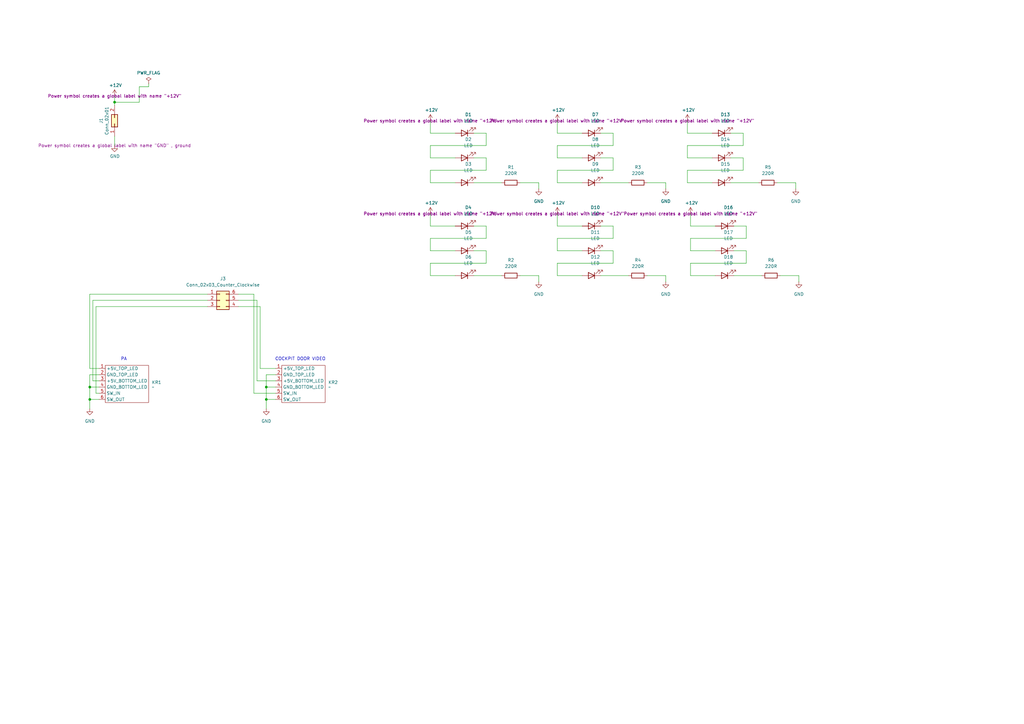
<source format=kicad_sch>
(kicad_sch (version 20250114) (generator "eeschema") (generator_version "9.0")
  (paper "A3")
  (lib_symbols
    (symbol "Connector_Generic:Conn_02x01" (pin_names (offset 1.016) (hide yes))
      (property "Reference" "J" (at 1.27 2.54 0))
      (property "Value" "Conn_02x01" (at 1.27 -2.54 0))
      (symbol "Conn_02x01_1_1"
        (rectangle (start -1.27 1.27) (end 3.81 -1.27) (stroke (width 0.254)) (fill (type background)))
        (rectangle (start -1.27 0.127) (end 0 -0.127) (stroke (width 0.1524)))
        (rectangle (start 3.81 0.127) (end 2.54 -0.127) (stroke (width 0.1524)))
        (pin passive line (at -5.08 0 0) (length 3.81) (name "Pin_1") (number "1"))
        (pin passive line (at 7.62 0 180) (length 3.81) (name "Pin_2") (number "2"))
      )
    )
    (symbol "Connector_Generic:Conn_02x03_Counter_Clockwise" (pin_names (offset 1.016) (hide yes))
      (property "Reference" "J" (at 1.27 5.08 0))
      (property "Value" "Conn_02x03_Counter_Clockwise" (at 1.27 -5.08 0))
      (symbol "Conn_02x03_Counter_Clockwise_1_1"
        (rectangle (start -1.27 3.81) (end 3.81 -3.81) (stroke (width 0.254)) (fill (type background)))
        (rectangle (start -1.27 2.667) (end 0 2.413) (stroke (width 0.1524)))
        (rectangle (start -1.27 0.127) (end 0 -0.127) (stroke (width 0.1524)))
        (rectangle (start -1.27 -2.413) (end 0 -2.667) (stroke (width 0.1524)))
        (rectangle (start 3.81 2.667) (end 2.54 2.413) (stroke (width 0.1524)))
        (rectangle (start 3.81 0.127) (end 2.54 -0.127) (stroke (width 0.1524)))
        (rectangle (start 3.81 -2.413) (end 2.54 -2.667) (stroke (width 0.1524)))
        (pin passive line (at -5.08 2.54 0) (length 3.81) (name "Pin_1") (number "1"))
        (pin passive line (at -5.08 0 0) (length 3.81) (name "Pin_2") (number "2"))
        (pin passive line (at -5.08 -2.54 0) (length 3.81) (name "Pin_3") (number "3"))
        (pin passive line (at 7.62 2.54 180) (length 3.81) (name "Pin_6") (number "6"))
        (pin passive line (at 7.62 0 180) (length 3.81) (name "Pin_5") (number "5"))
        (pin passive line (at 7.62 -2.54 180) (length 3.81) (name "Pin_4") (number "4"))
      )
    )
    (symbol "Device:LED" (pin_numbers (hide yes)) (pin_names (offset 1.016) (hide yes))
      (property "Reference" "D" (at 0 2.54 0))
      (property "Value" "LED" (at 0 -2.54 0))
      (symbol "LED_0_1"
        (polyline (pts (xy -3.048 -0.762) (xy -4.572 -2.286) (xy -3.81 -2.286) (xy -4.572 -2.286) (xy -4.572 -1.524)))
        (polyline (pts (xy -1.778 -0.762) (xy -3.302 -2.286) (xy -2.54 -2.286) (xy -3.302 -2.286) (xy -3.302 -1.524)))
        (polyline (pts (xy -1.27 0) (xy 1.27 0)))
        (polyline (pts (xy -1.27 -1.27) (xy -1.27 1.27)) (stroke (width 0.254)))
        (polyline (pts (xy 1.27 -1.27) (xy 1.27 1.27) (xy -1.27 0) (xy 1.27 -1.27)) (stroke (width 0.254)))
      )
      (symbol "LED_1_1"
        (pin passive line (at -3.81 0 0) (length 2.54) (name "K") (number "1"))
        (pin passive line (at 3.81 0 180) (length 2.54) (name "A") (number "2"))
      )
    )
    (symbol "Device:R" (pin_numbers (hide yes)) (pin_names (offset 0))
      (property "Reference" "R" (at 2.032 0 90))
      (property "Value" "R" (at 0 0 90))
      (symbol "R_0_1"
        (rectangle (start -1.016 -2.54) (end 1.016 2.54) (stroke (width 0.254)))
      )
      (symbol "R_1_1"
        (pin passive line (at 0 3.81 270) (length 1.27) (name "~") (number "1"))
        (pin passive line (at 0 -3.81 90) (length 1.27) (name "~") (number "2"))
      )
    )
    (symbol "KorrySwitch:Korry_Switch"
      (property "Reference" "KR" (at 12.7 -8.89 0))
      (symbol "Korry_Switch_0_1"
        (rectangle (start -7.62 -1.27) (end 10.16 -16.51))
      )
      (symbol "Korry_Switch_1_1"
        (pin input line (at -10.16 -2.54 0) (length 2.54) (name "+5V_TOP_LED") (number "1"))
        (pin input line (at -10.16 -5.08 0) (length 2.54) (name "GND_TOP_LED") (number "2"))
        (pin input line (at -10.16 -7.62 0) (length 2.54) (name "+5V_BOTTOM_LED") (number "3"))
        (pin input line (at -10.16 -10.16 0) (length 2.54) (name "GND_BOTTOM_LED") (number "4"))
        (pin input line (at -10.16 -12.7 0) (length 2.54) (name "SW_IN") (number "5"))
        (pin output line (at -10.16 -15.24 0) (length 2.54) (name "SW_OUT") (number "6"))
      )
    )
    (symbol "power:+12V" (power) (pin_numbers (hide yes)) (pin_names (offset 0) (hide yes))
      (property "Value" "+12V" (at 0 3.556 0))
      (symbol "+12V_0_1"
        (polyline (pts (xy -0.762 1.27) (xy 0 2.54)))
        (polyline (pts (xy 0 2.54) (xy 0.762 1.27)))
        (polyline (pts (xy 0 0) (xy 0 2.54)))
      )
      (symbol "+12V_1_1"
        (pin power_in line (at 0 0 90) (length 0) (name "~") (number "1"))
      )
    )
    (symbol "power:GND" (power) (pin_numbers (hide yes)) (pin_names (offset 0) (hide yes))
      (property "Value" "GND" (at 0 -3.81 0))
      (symbol "GND_0_1"
        (polyline (pts (xy 0 0) (xy 0 -1.27) (xy 1.27 -1.27) (xy 0 -2.54) (xy -1.27 -1.27) (xy 0 -1.27)))
      )
      (symbol "GND_1_1"
        (pin power_in line (at 0 0 270) (length 0) (name "~") (number "1"))
      )
    )
    (symbol "power:PWR_FLAG" (power) (pin_numbers (hide yes)) (pin_names (offset 0) (hide yes))
      (property "Value" "PWR_FLAG" (at 0 3.81 0))
      (symbol "PWR_FLAG_0_0"
        (pin power_out line (at 0 0 90) (length 0) (name "~") (number "1"))
      )
      (symbol "PWR_FLAG_0_1"
        (polyline (pts (xy 0 0) (xy 0 1.27) (xy -1.016 1.905) (xy 0 2.54) (xy 1.016 1.905) (xy 0 1.27)))
      )
    )
  )
  (text "PA" (at 50.8 147.32 0) (effects (font (size 1.27 1.27))))
  (text "COCKPIT DOOR VIDEO" (at 123.19 147.32 0) (effects (font (size 1.27 1.27))))
  (junction (at 109.22 158.75))
  (junction (at 36.83 158.75))
  (junction (at 36.83 163.83))
  (junction (at 109.22 163.83))
  (junction (at 46.99 41.91))
  (wire (pts (xy 320.04 113.03) (xy 327.66 113.03)))
  (wire (pts (xy 36.83 153.67) (xy 40.64 153.67)))
  (wire (pts (xy 199.39 54.61) (xy 194.31 54.61)))
  (wire (pts (xy 251.46 69.85) (xy 251.46 64.77)))
  (wire (pts (xy 199.39 64.77) (xy 194.31 64.77)))
  (wire (pts (xy 36.83 120.65) (xy 85.09 120.65)))
  (wire (pts (xy 228.6 69.85) (xy 251.46 69.85)))
  (wire (pts (xy 228.6 74.93) (xy 228.6 69.85)))
  (wire (pts (xy 176.53 74.93) (xy 176.53 69.85)))
  (wire (pts (xy 281.94 59.69) (xy 304.8 59.69)))
  (wire (pts (xy 106.68 151.13) (xy 113.03 151.13)))
  (wire (pts (xy 176.53 113.03) (xy 176.53 107.95)))
  (wire (pts (xy 199.39 102.87) (xy 194.31 102.87)))
  (wire (pts (xy 46.99 41.91) (xy 46.99 43.18)))
  (wire (pts (xy 327.66 113.03) (xy 327.66 115.57)))
  (wire (pts (xy 105.41 123.19) (xy 97.79 123.19)))
  (wire (pts (xy 238.76 74.93) (xy 228.6 74.93)))
  (wire (pts (xy 213.36 113.03) (xy 220.98 113.03)))
  (wire (pts (xy 273.05 113.03) (xy 273.05 115.57)))
  (wire (pts (xy 105.41 156.21) (xy 113.03 156.21)))
  (wire (pts (xy 176.53 54.61) (xy 186.69 54.61)))
  (wire (pts (xy 304.8 59.69) (xy 304.8 54.61)))
  (wire (pts (xy 251.46 54.61) (xy 246.38 54.61)))
  (wire (pts (xy 281.94 54.61) (xy 292.1 54.61)))
  (wire (pts (xy 109.22 163.83) (xy 109.22 158.75)))
  (wire (pts (xy 306.07 107.95) (xy 306.07 102.87)))
  (wire (pts (xy 326.39 74.93) (xy 326.39 77.47)))
  (wire (pts (xy 176.53 87.63) (xy 176.53 92.71)))
  (wire (pts (xy 176.53 107.95) (xy 199.39 107.95)))
  (wire (pts (xy 228.6 64.77) (xy 228.6 59.69)))
  (wire (pts (xy 281.94 49.53) (xy 281.94 54.61)))
  (wire (pts (xy 220.98 113.03) (xy 220.98 115.57)))
  (wire (pts (xy 194.31 113.03) (xy 205.74 113.03)))
  (wire (pts (xy 186.69 102.87) (xy 176.53 102.87)))
  (wire (pts (xy 238.76 102.87) (xy 228.6 102.87)))
  (wire (pts (xy 57.15 35.56) (xy 60.96 35.56)))
  (wire (pts (xy 304.8 54.61) (xy 299.72 54.61)))
  (wire (pts (xy 265.43 74.93) (xy 273.05 74.93)))
  (wire (pts (xy 228.6 107.95) (xy 251.46 107.95)))
  (wire (pts (xy 199.39 69.85) (xy 199.39 64.77)))
  (wire (pts (xy 246.38 74.93) (xy 257.81 74.93)))
  (wire (pts (xy 306.07 97.79) (xy 306.07 92.71)))
  (wire (pts (xy 106.68 151.13) (xy 106.68 125.73)))
  (wire (pts (xy 213.36 74.93) (xy 220.98 74.93)))
  (wire (pts (xy 228.6 92.71) (xy 238.76 92.71)))
  (wire (pts (xy 194.31 74.93) (xy 205.74 74.93)))
  (wire (pts (xy 199.39 107.95) (xy 199.39 102.87)))
  (wire (pts (xy 283.21 107.95) (xy 306.07 107.95)))
  (wire (pts (xy 57.15 41.91) (xy 57.15 35.56)))
  (wire (pts (xy 292.1 64.77) (xy 281.94 64.77)))
  (wire (pts (xy 228.6 97.79) (xy 251.46 97.79)))
  (wire (pts (xy 36.83 158.75) (xy 40.64 158.75)))
  (wire (pts (xy 228.6 102.87) (xy 228.6 97.79)))
  (wire (pts (xy 104.14 120.65) (xy 97.79 120.65)))
  (wire (pts (xy 251.46 107.95) (xy 251.46 102.87)))
  (wire (pts (xy 199.39 97.79) (xy 199.39 92.71)))
  (wire (pts (xy 46.99 39.37) (xy 46.99 41.91)))
  (wire (pts (xy 38.1 156.21) (xy 38.1 123.19)))
  (wire (pts (xy 251.46 59.69) (xy 251.46 54.61)))
  (wire (pts (xy 104.14 161.29) (xy 104.14 120.65)))
  (wire (pts (xy 318.77 74.93) (xy 326.39 74.93)))
  (wire (pts (xy 283.21 92.71) (xy 293.37 92.71)))
  (wire (pts (xy 306.07 92.71) (xy 300.99 92.71)))
  (wire (pts (xy 109.22 163.83) (xy 113.03 163.83)))
  (wire (pts (xy 228.6 113.03) (xy 228.6 107.95)))
  (wire (pts (xy 186.69 64.77) (xy 176.53 64.77)))
  (wire (pts (xy 265.43 113.03) (xy 273.05 113.03)))
  (wire (pts (xy 40.64 156.21) (xy 38.1 156.21)))
  (wire (pts (xy 281.94 64.77) (xy 281.94 59.69)))
  (wire (pts (xy 228.6 87.63) (xy 228.6 92.71)))
  (wire (pts (xy 176.53 49.53) (xy 176.53 54.61)))
  (wire (pts (xy 238.76 64.77) (xy 228.6 64.77)))
  (wire (pts (xy 228.6 49.53) (xy 228.6 54.61)))
  (wire (pts (xy 199.39 59.69) (xy 199.39 54.61)))
  (wire (pts (xy 251.46 64.77) (xy 246.38 64.77)))
  (wire (pts (xy 39.37 161.29) (xy 40.64 161.29)))
  (wire (pts (xy 60.96 35.56) (xy 60.96 34.29)))
  (wire (pts (xy 220.98 74.93) (xy 220.98 77.47)))
  (wire (pts (xy 304.8 64.77) (xy 299.72 64.77)))
  (wire (pts (xy 299.72 74.93) (xy 311.15 74.93)))
  (wire (pts (xy 109.22 153.67) (xy 113.03 153.67)))
  (wire (pts (xy 176.53 64.77) (xy 176.53 59.69)))
  (wire (pts (xy 40.64 151.13) (xy 36.83 151.13)))
  (wire (pts (xy 104.14 161.29) (xy 113.03 161.29)))
  (wire (pts (xy 228.6 54.61) (xy 238.76 54.61)))
  (wire (pts (xy 36.83 167.64) (xy 36.83 163.83)))
  (wire (pts (xy 283.21 97.79) (xy 306.07 97.79)))
  (wire (pts (xy 273.05 74.93) (xy 273.05 77.47)))
  (wire (pts (xy 36.83 163.83) (xy 40.64 163.83)))
  (wire (pts (xy 176.53 59.69) (xy 199.39 59.69)))
  (wire (pts (xy 109.22 167.64) (xy 109.22 163.83)))
  (wire (pts (xy 36.83 163.83) (xy 36.83 158.75)))
  (wire (pts (xy 251.46 97.79) (xy 251.46 92.71)))
  (wire (pts (xy 109.22 158.75) (xy 113.03 158.75)))
  (wire (pts (xy 176.53 92.71) (xy 186.69 92.71)))
  (wire (pts (xy 176.53 97.79) (xy 199.39 97.79)))
  (wire (pts (xy 105.41 156.21) (xy 105.41 123.19)))
  (wire (pts (xy 246.38 113.03) (xy 257.81 113.03)))
  (wire (pts (xy 36.83 158.75) (xy 36.83 153.67)))
  (wire (pts (xy 199.39 92.71) (xy 194.31 92.71)))
  (wire (pts (xy 283.21 113.03) (xy 283.21 107.95)))
  (wire (pts (xy 293.37 113.03) (xy 283.21 113.03)))
  (wire (pts (xy 39.37 125.73) (xy 39.37 161.29)))
  (wire (pts (xy 283.21 102.87) (xy 283.21 97.79)))
  (wire (pts (xy 281.94 74.93) (xy 281.94 69.85)))
  (wire (pts (xy 228.6 59.69) (xy 251.46 59.69)))
  (wire (pts (xy 304.8 69.85) (xy 304.8 64.77)))
  (wire (pts (xy 251.46 92.71) (xy 246.38 92.71)))
  (wire (pts (xy 238.76 113.03) (xy 228.6 113.03)))
  (wire (pts (xy 109.22 158.75) (xy 109.22 153.67)))
  (wire (pts (xy 186.69 113.03) (xy 176.53 113.03)))
  (wire (pts (xy 85.09 125.73) (xy 39.37 125.73)))
  (wire (pts (xy 300.99 113.03) (xy 312.42 113.03)))
  (wire (pts (xy 306.07 102.87) (xy 300.99 102.87)))
  (wire (pts (xy 186.69 74.93) (xy 176.53 74.93)))
  (wire (pts (xy 46.99 55.88) (xy 46.99 59.69)))
  (wire (pts (xy 106.68 125.73) (xy 97.79 125.73)))
  (wire (pts (xy 251.46 102.87) (xy 246.38 102.87)))
  (wire (pts (xy 46.99 41.91) (xy 57.15 41.91)))
  (wire (pts (xy 281.94 69.85) (xy 304.8 69.85)))
  (wire (pts (xy 292.1 74.93) (xy 281.94 74.93)))
  (wire (pts (xy 36.83 151.13) (xy 36.83 120.65)))
  (wire (pts (xy 176.53 69.85) (xy 199.39 69.85)))
  (wire (pts (xy 176.53 102.87) (xy 176.53 97.79)))
  (wire (pts (xy 293.37 102.87) (xy 283.21 102.87)))
  (wire (pts (xy 283.21 87.63) (xy 283.21 92.71)))
  (wire (pts (xy 38.1 123.19) (xy 85.09 123.19)))
  (symbol (lib_id "Connector_Generic:Conn_02x01") (at 46.99 50.8 90) (unit 1)
    (property "Reference" "J1" (at 41.4782 49.53 0))
    (property "Value" "Conn_02x01" (at 43.7896 49.53 0))
    (property "Footprint" "TerminalBlock:TerminalBlock_bornier-2_P5.08mm" (effects (hide yes)))
    (property "Description" "Generic connector, double row, 02x01, this symbol is compatible with counter-clockwise, top-bottom and odd-even numbering schemes., script generated (kicad-library-utils/schlib/autogen/connector/)" (effects (hide yes)))
  )
  (symbol (lib_id "power:GND") (at 46.99 59.69 0) (unit 1)
    (property "Reference" "#PWR03" (effects (hide yes)))
    (property "Value" "GND" (at 47.117 64.0842 0))
    (property "Description" "Power symbol creates a global label with name \"GND\" , ground" (at 46.99 59.69 0))
  )
  (symbol (lib_id "power:+12V") (at 46.99 39.37 0) (unit 1)
    (property "Reference" "#PWR02" (effects (hide yes)))
    (property "Value" "+12V" (at 47.371 34.9758 0))
    (property "Description" "Power symbol creates a global label with name \"+12V\"" (at 46.99 39.37 0))
  )
  (symbol (lib_id "power:PWR_FLAG") (at 60.96 34.29 0) (unit 1)
    (property "Reference" "#FLG01" (effects (hide yes)))
    (property "Value" "PWR_FLAG" (at 60.96 29.8958 0))
  )
  (symbol (lib_id "power:+12V") (at 228.6 49.53 0) (unit 1)
    (property "Reference" "#PWR010" (effects (hide yes)))
    (property "Value" "+12V" (at 228.981 45.1358 0))
    (property "Description" "Power symbol creates a global label with name \"+12V\"" (at 228.6 49.53 0))
  )
  (symbol (lib_id "Device:LED") (at 190.5 102.87 180) (unit 1)
    (property "Reference" "D5" (at 192.0875 95.25 0))
    (property "Value" "LED" (at 192.0875 97.79 0))
    (property "Footprint" "LED_THT:LED_D5.0mm_Clear" (effects (hide yes)))
    (property "Description" "Light emitting diode" (effects (hide yes)))
    (property "Sim.Pins" "1=K 2=A" (effects (hide yes)))
  )
  (symbol (lib_id "Device:LED") (at 190.5 113.03 180) (unit 1)
    (property "Reference" "D6" (at 192.0875 105.41 0))
    (property "Value" "LED" (at 192.0875 107.95 0))
    (property "Footprint" "LED_THT:LED_D5.0mm_Clear" (effects (hide yes)))
    (property "Description" "Light emitting diode" (effects (hide yes)))
    (property "Sim.Pins" "1=K 2=A" (effects (hide yes)))
  )
  (symbol (lib_id "Device:LED") (at 295.91 64.77 180) (unit 1)
    (property "Reference" "D14" (at 297.4975 57.15 0))
    (property "Value" "LED" (at 297.4975 59.69 0))
    (property "Footprint" "LED_THT:LED_D5.0mm_Clear" (effects (hide yes)))
    (property "Description" "Light emitting diode" (effects (hide yes)))
    (property "Sim.Pins" "1=K 2=A" (effects (hide yes)))
  )
  (symbol (lib_id "Device:LED") (at 297.18 92.71 180) (unit 1)
    (property "Reference" "D16" (at 298.7675 85.09 0))
    (property "Value" "LED" (at 298.7675 87.63 0))
    (property "Footprint" "LED_THT:LED_D5.0mm_Clear" (effects (hide yes)))
    (property "Description" "Light emitting diode" (effects (hide yes)))
    (property "Sim.Pins" "1=K 2=A" (effects (hide yes)))
  )
  (symbol (lib_id "Device:LED") (at 297.18 102.87 180) (unit 1)
    (property "Reference" "D17" (at 298.7675 95.25 0))
    (property "Value" "LED" (at 298.7675 97.79 0))
    (property "Footprint" "LED_THT:LED_D5.0mm_Clear" (effects (hide yes)))
    (property "Description" "Light emitting diode" (effects (hide yes)))
    (property "Sim.Pins" "1=K 2=A" (effects (hide yes)))
  )
  (symbol (lib_id "Device:R") (at 209.55 74.93 90) (unit 1)
    (property "Reference" "R1" (at 209.55 68.58 90))
    (property "Value" "220R" (at 209.55 71.12 90))
    (property "Footprint" "Resistor_SMD:R_1206_3216Metric_Pad1.30x1.75mm_HandSolder" (effects (hide yes)))
    (property "Description" "Resistor" (effects (hide yes)))
  )
  (symbol (lib_id "power:GND") (at 327.66 115.57 0) (unit 1)
    (property "Reference" "#PWR015" (effects (hide yes)))
    (property "Value" "GND" (at 327.66 120.65 0))
    (property "Description" "Power symbol creates a global label with name \"GND\" , ground" (effects (hide yes)))
  )
  (symbol (lib_id "power:GND") (at 109.22 167.64 0) (unit 1)
    (property "Reference" "#PWR04" (effects (hide yes)))
    (property "Value" "GND" (at 109.22 172.72 0))
    (property "Description" "Power symbol creates a global label with name \"GND\" , ground" (effects (hide yes)))
  )
  (symbol (lib_id "Device:LED") (at 295.91 74.93 180) (unit 1)
    (property "Reference" "D15" (at 297.4975 67.31 0))
    (property "Value" "LED" (at 297.4975 69.85 0))
    (property "Footprint" "LED_THT:LED_D5.0mm_Clear" (effects (hide yes)))
    (property "Description" "Light emitting diode" (effects (hide yes)))
    (property "Sim.Pins" "1=K 2=A" (effects (hide yes)))
  )
  (symbol (lib_id "Device:LED") (at 242.57 54.61 180) (unit 1)
    (property "Reference" "D7" (at 244.1575 46.99 0))
    (property "Value" "LED" (at 244.1575 49.53 0))
    (property "Footprint" "LED_THT:LED_D5.0mm_Clear" (effects (hide yes)))
    (property "Description" "Light emitting diode" (effects (hide yes)))
    (property "Sim.Pins" "1=K 2=A" (effects (hide yes)))
  )
  (symbol (lib_id "power:GND") (at 220.98 115.57 0) (unit 1)
    (property "Reference" "#PWR09" (effects (hide yes)))
    (property "Value" "GND" (at 220.98 120.65 0))
    (property "Description" "Power symbol creates a global label with name \"GND\" , ground" (effects (hide yes)))
  )
  (symbol (lib_id "power:+12V") (at 281.94 49.53 0) (unit 1)
    (property "Reference" "#PWR014" (effects (hide yes)))
    (property "Value" "+12V" (at 282.321 45.1358 0))
    (property "Description" "Power symbol creates a global label with name \"+12V\"" (at 281.94 49.53 0))
  )
  (symbol (lib_id "Connector_Generic:Conn_02x03_Counter_Clockwise") (at 90.17 123.19 0) (unit 1)
    (property "Reference" "J3" (at 91.44 114.3 0))
    (property "Value" "Conn_02x03_Counter_Clockwise" (at 91.44 116.84 0))
    (property "Footprint" "Connector_PinHeader_2.54mm:PinHeader_2x03_P2.54mm_Vertical" (effects (hide yes)))
    (property "Description" "Generic connector, double row, 02x03, counter clockwise pin numbering scheme (similar to DIP package numbering), script generated (kicad-library-utils/schlib/autogen/connector/)" (effects (hide yes)))
  )
  (symbol (lib_id "Device:R") (at 209.55 113.03 90) (unit 1)
    (property "Reference" "R2" (at 209.55 106.68 90))
    (property "Value" "220R" (at 209.55 109.22 90))
    (property "Footprint" "Resistor_SMD:R_1206_3216Metric_Pad1.30x1.75mm_HandSolder" (effects (hide yes)))
    (property "Description" "Resistor" (effects (hide yes)))
  )
  (symbol (lib_id "power:+12V") (at 228.6 87.63 0) (unit 1)
    (property "Reference" "#PWR011" (effects (hide yes)))
    (property "Value" "+12V" (at 228.981 83.2358 0))
    (property "Description" "Power symbol creates a global label with name \"+12V\"" (at 228.6 87.63 0))
  )
  (symbol (lib_id "KorrySwitch:Korry_Switch") (at 123.19 148.59 0) (unit 1)
    (property "Reference" "KR2" (at 134.62 156.8449 0) (effects (justify left)))
    (property "Value" "~" (at 134.62 158.75 0) (effects (justify left)))
    (property "Footprint" "OpenA3XX:Korry Switch" (effects (hide yes)))
  )
  (symbol (lib_id "power:+12V") (at 176.53 49.53 0) (unit 1)
    (property "Reference" "#PWR06" (effects (hide yes)))
    (property "Value" "+12V" (at 176.911 45.1358 0))
    (property "Description" "Power symbol creates a global label with name \"+12V\"" (at 176.53 49.53 0))
  )
  (symbol (lib_id "Device:LED") (at 242.57 74.93 180) (unit 1)
    (property "Reference" "D9" (at 244.1575 67.31 0))
    (property "Value" "LED" (at 244.1575 69.85 0))
    (property "Footprint" "LED_THT:LED_D5.0mm_Clear" (effects (hide yes)))
    (property "Description" "Light emitting diode" (effects (hide yes)))
    (property "Sim.Pins" "1=K 2=A" (effects (hide yes)))
  )
  (symbol (lib_id "power:GND") (at 220.98 77.47 0) (unit 1)
    (property "Reference" "#PWR08" (effects (hide yes)))
    (property "Value" "GND" (at 220.98 82.55 0))
    (property "Description" "Power symbol creates a global label with name \"GND\" , ground" (effects (hide yes)))
  )
  (symbol (lib_id "Device:R") (at 314.96 74.93 90) (unit 1)
    (property "Reference" "R5" (at 314.96 68.58 90))
    (property "Value" "220R" (at 314.96 71.12 90))
    (property "Footprint" "Resistor_SMD:R_1206_3216Metric_Pad1.30x1.75mm_HandSolder" (effects (hide yes)))
    (property "Description" "Resistor" (effects (hide yes)))
  )
  (symbol (lib_id "power:+12V") (at 176.53 87.63 0) (unit 1)
    (property "Reference" "#PWR07" (effects (hide yes)))
    (property "Value" "+12V" (at 176.911 83.2358 0))
    (property "Description" "Power symbol creates a global label with name \"+12V\"" (at 176.53 87.63 0))
  )
  (symbol (lib_id "power:+12V") (at 283.21 87.63 0) (unit 1)
    (property "Reference" "#PWR05" (effects (hide yes)))
    (property "Value" "+12V" (at 283.591 83.2358 0))
    (property "Description" "Power symbol creates a global label with name \"+12V\"" (at 283.21 87.63 0))
  )
  (symbol (lib_id "power:GND") (at 36.83 167.64 0) (unit 1)
    (property "Reference" "#PWR01" (effects (hide yes)))
    (property "Value" "GND" (at 36.83 172.72 0))
    (property "Description" "Power symbol creates a global label with name \"GND\" , ground" (effects (hide yes)))
  )
  (symbol (lib_id "Device:LED") (at 295.91 54.61 180) (unit 1)
    (property "Reference" "D13" (at 297.4975 46.99 0))
    (property "Value" "LED" (at 297.4975 49.53 0))
    (property "Footprint" "LED_THT:LED_D5.0mm_Clear" (effects (hide yes)))
    (property "Description" "Light emitting diode" (effects (hide yes)))
    (property "Sim.Pins" "1=K 2=A" (effects (hide yes)))
  )
  (symbol (lib_id "Device:R") (at 261.62 113.03 90) (unit 1)
    (property "Reference" "R4" (at 261.62 106.68 90))
    (property "Value" "220R" (at 261.62 109.22 90))
    (property "Footprint" "Resistor_SMD:R_1206_3216Metric_Pad1.30x1.75mm_HandSolder" (effects (hide yes)))
    (property "Description" "Resistor" (effects (hide yes)))
  )
  (symbol (lib_id "Device:LED") (at 190.5 54.61 180) (unit 1)
    (property "Reference" "D1" (at 192.0875 46.99 0))
    (property "Value" "LED" (at 192.0875 49.53 0))
    (property "Footprint" "LED_THT:LED_D5.0mm_Clear" (effects (hide yes)))
    (property "Description" "Light emitting diode" (effects (hide yes)))
    (property "Sim.Pins" "1=K 2=A" (effects (hide yes)))
  )
  (symbol (lib_id "Device:LED") (at 190.5 64.77 180) (unit 1)
    (property "Reference" "D2" (at 192.0875 57.15 0))
    (property "Value" "LED" (at 192.0875 59.69 0))
    (property "Footprint" "LED_THT:LED_D5.0mm_Clear" (effects (hide yes)))
    (property "Description" "Light emitting diode" (effects (hide yes)))
    (property "Sim.Pins" "1=K 2=A" (effects (hide yes)))
  )
  (symbol (lib_id "Device:LED") (at 190.5 92.71 180) (unit 1)
    (property "Reference" "D4" (at 192.0875 85.09 0))
    (property "Value" "LED" (at 192.0875 87.63 0))
    (property "Footprint" "LED_THT:LED_D5.0mm_Clear" (effects (hide yes)))
    (property "Description" "Light emitting diode" (effects (hide yes)))
    (property "Sim.Pins" "1=K 2=A" (effects (hide yes)))
  )
  (symbol (lib_id "Device:LED") (at 242.57 102.87 180) (unit 1)
    (property "Reference" "D11" (at 244.1575 95.25 0))
    (property "Value" "LED" (at 244.1575 97.79 0))
    (property "Footprint" "LED_THT:LED_D5.0mm_Clear" (effects (hide yes)))
    (property "Description" "Light emitting diode" (effects (hide yes)))
    (property "Sim.Pins" "1=K 2=A" (effects (hide yes)))
  )
  (symbol (lib_id "Device:LED") (at 242.57 113.03 180) (unit 1)
    (property "Reference" "D12" (at 244.1575 105.41 0))
    (property "Value" "LED" (at 244.1575 107.95 0))
    (property "Footprint" "LED_THT:LED_D5.0mm_Clear" (effects (hide yes)))
    (property "Description" "Light emitting diode" (effects (hide yes)))
    (property "Sim.Pins" "1=K 2=A" (effects (hide yes)))
  )
  (symbol (lib_id "Device:LED") (at 242.57 92.71 180) (unit 1)
    (property "Reference" "D10" (at 244.1575 85.09 0))
    (property "Value" "LED" (at 244.1575 87.63 0))
    (property "Footprint" "LED_THT:LED_D5.0mm_Clear" (effects (hide yes)))
    (property "Description" "Light emitting diode" (effects (hide yes)))
    (property "Sim.Pins" "1=K 2=A" (effects (hide yes)))
  )
  (symbol (lib_id "Device:R") (at 316.23 113.03 90) (unit 1)
    (property "Reference" "R6" (at 316.23 106.68 90))
    (property "Value" "220R" (at 316.23 109.22 90))
    (property "Footprint" "Resistor_SMD:R_1206_3216Metric_Pad1.30x1.75mm_HandSolder" (effects (hide yes)))
    (property "Description" "Resistor" (effects (hide yes)))
  )
  (symbol (lib_id "power:GND") (at 273.05 115.57 0) (unit 1)
    (property "Reference" "#PWR013" (effects (hide yes)))
    (property "Value" "GND" (at 273.05 120.65 0))
    (property "Description" "Power symbol creates a global label with name \"GND\" , ground" (effects (hide yes)))
  )
  (symbol (lib_id "power:GND") (at 273.05 77.47 0) (unit 1)
    (property "Reference" "#PWR012" (effects (hide yes)))
    (property "Value" "GND" (at 273.05 82.55 0))
    (property "Description" "Power symbol creates a global label with name \"GND\" , ground" (effects (hide yes)))
  )
  (symbol (lib_id "KorrySwitch:Korry_Switch") (at 50.8 148.59 0) (unit 1)
    (property "Reference" "KR1" (at 62.23 156.8449 0) (effects (justify left)))
    (property "Value" "~" (at 62.23 158.75 0) (effects (justify left)))
    (property "Footprint" "OpenA3XX:Korry Switch" (effects (hide yes)))
  )
  (symbol (lib_id "Device:R") (at 261.62 74.93 90) (unit 1)
    (property "Reference" "R3" (at 261.62 68.58 90))
    (property "Value" "220R" (at 261.62 71.12 90))
    (property "Footprint" "Resistor_SMD:R_1206_3216Metric_Pad1.30x1.75mm_HandSolder" (effects (hide yes)))
    (property "Description" "Resistor" (effects (hide yes)))
  )
  (symbol (lib_id "Device:LED") (at 190.5 74.93 180) (unit 1)
    (property "Reference" "D3" (at 192.0875 67.31 0))
    (property "Value" "LED" (at 192.0875 69.85 0))
    (property "Footprint" "LED_THT:LED_D5.0mm_Clear" (effects (hide yes)))
    (property "Description" "Light emitting diode" (effects (hide yes)))
    (property "Sim.Pins" "1=K 2=A" (effects (hide yes)))
  )
  (symbol (lib_id "Device:LED") (at 297.18 113.03 180) (unit 1)
    (property "Reference" "D18" (at 298.7675 105.41 0))
    (property "Value" "LED" (at 298.7675 107.95 0))
    (property "Footprint" "LED_THT:LED_D5.0mm_Clear" (effects (hide yes)))
    (property "Description" "Light emitting diode" (effects (hide yes)))
    (property "Sim.Pins" "1=K 2=A" (effects (hide yes)))
  )
  (symbol (lib_id "power:GND") (at 326.39 77.47 0) (unit 1)
    (property "Reference" "#PWR016" (effects (hide yes)))
    (property "Value" "GND" (at 326.39 82.55 0))
    (property "Description" "Power symbol creates a global label with name \"GND\" , ground" (effects (hide yes)))
  )
  (symbol (lib_id "Device:LED") (at 242.57 64.77 180) (unit 1)
    (property "Reference" "D8" (at 244.1575 57.15 0))
    (property "Value" "LED" (at 244.1575 59.69 0))
    (property "Footprint" "LED_THT:LED_D5.0mm_Clear" (effects (hide yes)))
    (property "Description" "Light emitting diode" (effects (hide yes)))
    (property "Sim.Pins" "1=K 2=A" (effects (hide yes)))
  )
)
</source>
